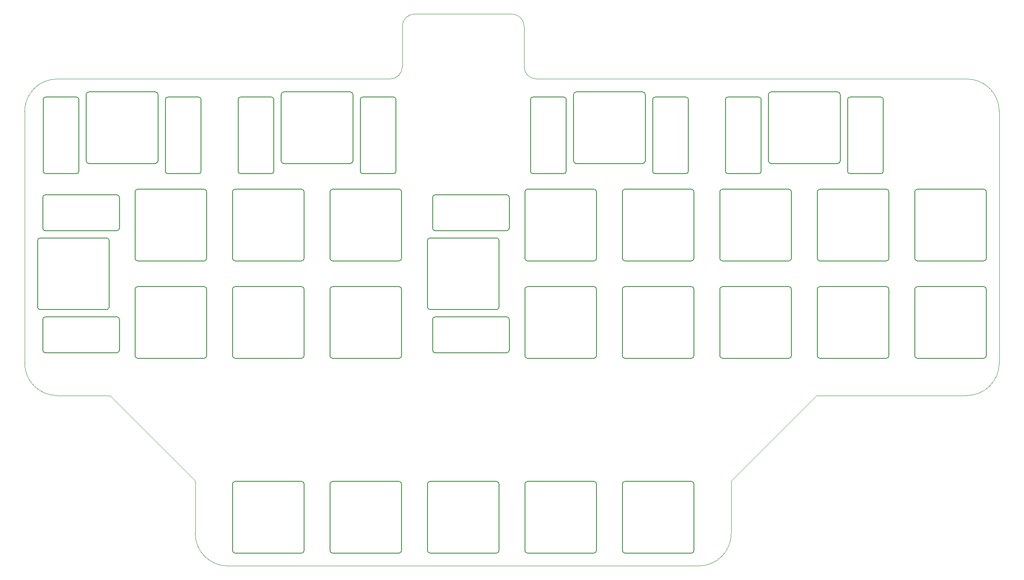
<source format=gm1>
%TF.GenerationSoftware,KiCad,Pcbnew,(7.0.0)*%
%TF.CreationDate,2023-03-07T23:22:33+05:30*%
%TF.ProjectId,Peridot Steno,50657269-646f-4742-9053-74656e6f2e6b,rev?*%
%TF.SameCoordinates,Original*%
%TF.FileFunction,Profile,NP*%
%FSLAX46Y46*%
G04 Gerber Fmt 4.6, Leading zero omitted, Abs format (unit mm)*
G04 Created by KiCad (PCBNEW (7.0.0)) date 2023-03-07 23:22:33*
%MOMM*%
%LPD*%
G01*
G04 APERTURE LIST*
%TA.AperFunction,Profile*%
%ADD10C,0.100000*%
%TD*%
%TA.AperFunction,Profile*%
%ADD11C,0.150000*%
%TD*%
G04 APERTURE END LIST*
D10*
X73818750Y-100012500D02*
X90487500Y-116681250D01*
D11*
X193025000Y-60175000D02*
X193025000Y-73175000D01*
X193525000Y-59675000D02*
X206525000Y-59675000D01*
X164450000Y-54125000D02*
G75*
G03*
X164950000Y-54625000I500000J0D01*
G01*
X225575000Y-92725000D02*
G75*
G03*
X226075000Y-92225000I0J500000D01*
G01*
X121300000Y-41125000D02*
G75*
G03*
X120800000Y-40625000I-500000J0D01*
G01*
D10*
X73818750Y-100012500D02*
X63500000Y-100012500D01*
D11*
X111275000Y-130825000D02*
G75*
G03*
X111775000Y-130325000I0J500000D01*
G01*
X193025000Y-92225000D02*
G75*
G03*
X193525000Y-92725000I500000J0D01*
G01*
X164950000Y-40625000D02*
G75*
G03*
X164450000Y-41125000I0J-500000D01*
G01*
X105862000Y-42125000D02*
X105862000Y-56125000D01*
X67762000Y-42125000D02*
G75*
G03*
X67262000Y-41625000I-500000J0D01*
G01*
X193525000Y-92725000D02*
X206525000Y-92725000D01*
X116825000Y-130325000D02*
G75*
G03*
X117325000Y-130825000I500000J0D01*
G01*
X98862000Y-42125000D02*
X98862000Y-56125000D01*
D10*
X90487500Y-127000000D02*
G75*
G03*
X96837500Y-133350000I6350000J0D01*
G01*
D11*
X105362000Y-56625000D02*
G75*
G03*
X105862000Y-56125000I0J500000D01*
G01*
X180388000Y-41625000D02*
G75*
G03*
X179888000Y-42125000I0J-500000D01*
G01*
X85138000Y-41625000D02*
X91138000Y-41625000D01*
X173975000Y-79225000D02*
X173975000Y-92225000D01*
X193525000Y-78725000D02*
X206525000Y-78725000D01*
X193525000Y-59675000D02*
G75*
G03*
X193025000Y-60175000I0J-500000D01*
G01*
X201112000Y-42125000D02*
G75*
G03*
X200612000Y-41625000I-500000J0D01*
G01*
D10*
X241300000Y-100012500D02*
X211931250Y-100012500D01*
D11*
X117325000Y-59675000D02*
X130325000Y-59675000D01*
X231625000Y-92725000D02*
X244625000Y-92725000D01*
X187975000Y-79225000D02*
X187975000Y-92225000D01*
X83200000Y-41125000D02*
G75*
G03*
X82700000Y-40625000I-500000J0D01*
G01*
X218488000Y-41625000D02*
X224488000Y-41625000D01*
X179888000Y-42125000D02*
X179888000Y-56125000D01*
X84638000Y-56125000D02*
G75*
G03*
X85138000Y-56625000I500000J0D01*
G01*
D10*
X241300000Y-100012500D02*
G75*
G03*
X247650000Y-93662500I0J6350000D01*
G01*
X130968750Y-27781250D02*
X130968750Y-35718750D01*
D11*
X173975000Y-117325000D02*
X173975000Y-130325000D01*
X97775000Y-73175000D02*
G75*
G03*
X98275000Y-73675000I500000J0D01*
G01*
X60762000Y-42125000D02*
X60762000Y-56125000D01*
X187975000Y-60175000D02*
G75*
G03*
X187475000Y-59675000I-500000J0D01*
G01*
X231125000Y-60175000D02*
X231125000Y-73175000D01*
X164950000Y-54625000D02*
X177950000Y-54625000D01*
X187475000Y-73675000D02*
G75*
G03*
X187975000Y-73175000I0J500000D01*
G01*
X164950000Y-40625000D02*
X177950000Y-40625000D01*
X136875000Y-67262000D02*
G75*
G03*
X137375000Y-67762000I500000J0D01*
G01*
X212575000Y-78725000D02*
G75*
G03*
X212075000Y-79225000I0J-500000D01*
G01*
X91138000Y-56625000D02*
G75*
G03*
X91638000Y-56125000I0J500000D01*
G01*
X218488000Y-56625000D02*
X224488000Y-56625000D01*
X116825000Y-79225000D02*
X116825000Y-92225000D01*
D10*
X128587500Y-38099950D02*
G75*
G03*
X130968750Y-35718750I0J2381250D01*
G01*
D11*
X60175000Y-69200000D02*
X73175000Y-69200000D01*
X111775000Y-79225000D02*
G75*
G03*
X111275000Y-78725000I-500000J0D01*
G01*
X122738000Y-56125000D02*
G75*
G03*
X123238000Y-56625000I500000J0D01*
G01*
X206525000Y-73675000D02*
G75*
G03*
X207025000Y-73175000I0J500000D01*
G01*
X225575000Y-73675000D02*
G75*
G03*
X226075000Y-73175000I0J500000D01*
G01*
X194612000Y-41625000D02*
X200612000Y-41625000D01*
X201112000Y-42125000D02*
X201112000Y-56125000D01*
X61175000Y-91638000D02*
X75175000Y-91638000D01*
X212075000Y-79225000D02*
X212075000Y-92225000D01*
X149375000Y-130825000D02*
G75*
G03*
X149875000Y-130325000I0J500000D01*
G01*
X91638000Y-42125000D02*
X91638000Y-56125000D01*
D10*
X211931250Y-100012500D02*
X195262500Y-116681250D01*
X154781250Y-27781250D02*
X154781250Y-35718750D01*
D11*
X123238000Y-56625000D02*
X129238000Y-56625000D01*
X202550000Y-41125000D02*
X202550000Y-54125000D01*
X212575000Y-78725000D02*
X225575000Y-78725000D01*
X226075000Y-60175000D02*
X226075000Y-73175000D01*
X92725000Y-60175000D02*
X92725000Y-73175000D01*
X156012000Y-56125000D02*
G75*
G03*
X156512000Y-56625000I500000J0D01*
G01*
X79225000Y-92725000D02*
X92225000Y-92725000D01*
X129738000Y-42125000D02*
X129738000Y-56125000D01*
X226075000Y-60175000D02*
G75*
G03*
X225575000Y-59675000I-500000J0D01*
G01*
X92725000Y-79225000D02*
G75*
G03*
X92225000Y-78725000I-500000J0D01*
G01*
X130825000Y-60175000D02*
X130825000Y-73175000D01*
X155425000Y-92725000D02*
X168425000Y-92725000D01*
X203050000Y-54625000D02*
X216050000Y-54625000D01*
X98275000Y-73675000D02*
X111275000Y-73675000D01*
X187975000Y-117325000D02*
X187975000Y-130325000D01*
D10*
X128587500Y-38100000D02*
X63500000Y-38100000D01*
D11*
X130825000Y-79225000D02*
G75*
G03*
X130325000Y-78725000I-500000J0D01*
G01*
X59675000Y-82700000D02*
G75*
G03*
X60175000Y-83200000I500000J0D01*
G01*
X151375000Y-91638000D02*
G75*
G03*
X151875000Y-91138000I-100J500100D01*
G01*
X206525000Y-92725000D02*
G75*
G03*
X207025000Y-92225000I0J500000D01*
G01*
X97775000Y-130325000D02*
G75*
G03*
X98275000Y-130825000I500000J0D01*
G01*
X217988000Y-42125000D02*
X217988000Y-56125000D01*
X212575000Y-59675000D02*
G75*
G03*
X212075000Y-60175000I0J-500000D01*
G01*
X116825000Y-73175000D02*
G75*
G03*
X117325000Y-73675000I500000J0D01*
G01*
X231125000Y-79225000D02*
X231125000Y-92225000D01*
X59675000Y-82700000D02*
X59675000Y-69700000D01*
X193025000Y-79225000D02*
X193025000Y-92225000D01*
X130325000Y-92725000D02*
G75*
G03*
X130825000Y-92225000I0J500000D01*
G01*
X111275000Y-92725000D02*
G75*
G03*
X111775000Y-92225000I0J500000D01*
G01*
D10*
X154781200Y-35718750D02*
G75*
G03*
X157162500Y-38100000I2381300J50D01*
G01*
D11*
X216550000Y-41125000D02*
X216550000Y-54125000D01*
X122738000Y-42125000D02*
X122738000Y-56125000D01*
X207025000Y-60175000D02*
G75*
G03*
X206525000Y-59675000I-500000J0D01*
G01*
X61175000Y-84638000D02*
G75*
G03*
X60675000Y-85138000I100J-500100D01*
G01*
X174475000Y-92725000D02*
X187475000Y-92725000D01*
X156012000Y-42125000D02*
X156012000Y-56125000D01*
X162512000Y-56625000D02*
G75*
G03*
X163012000Y-56125000I0J500000D01*
G01*
X117325000Y-116825000D02*
G75*
G03*
X116825000Y-117325000I0J-500000D01*
G01*
X99362000Y-56625000D02*
X105362000Y-56625000D01*
X123238000Y-41625000D02*
X129238000Y-41625000D01*
X226075000Y-79225000D02*
X226075000Y-92225000D01*
X194112000Y-56125000D02*
G75*
G03*
X194612000Y-56625000I500000J0D01*
G01*
X136875000Y-91138000D02*
G75*
G03*
X137375000Y-91638000I500000J0D01*
G01*
X69200000Y-54125000D02*
G75*
G03*
X69700000Y-54625000I500000J0D01*
G01*
X60675000Y-91138000D02*
G75*
G03*
X61175000Y-91638000I500000J0D01*
G01*
X116825000Y-60175000D02*
X116825000Y-73175000D01*
X245125000Y-79225000D02*
X245125000Y-92225000D01*
X111775000Y-117325000D02*
X111775000Y-130325000D01*
X91638000Y-42125000D02*
G75*
G03*
X91138000Y-41625000I-500000J0D01*
G01*
X218488000Y-41625000D02*
G75*
G03*
X217988000Y-42125000I0J-500000D01*
G01*
X105862000Y-42125000D02*
G75*
G03*
X105362000Y-41625000I-500000J0D01*
G01*
X187975000Y-60175000D02*
X187975000Y-73175000D01*
X231625000Y-78725000D02*
G75*
G03*
X231125000Y-79225000I0J-500000D01*
G01*
X60175000Y-69200000D02*
G75*
G03*
X59675000Y-69700000I100J-500100D01*
G01*
X136875000Y-91138000D02*
X136875000Y-85138000D01*
X136375000Y-69200000D02*
G75*
G03*
X135875000Y-69700000I100J-500100D01*
G01*
X121300000Y-41125000D02*
X121300000Y-54125000D01*
X155425000Y-78725000D02*
G75*
G03*
X154925000Y-79225000I0J-500000D01*
G01*
X224988000Y-42125000D02*
X224988000Y-56125000D01*
X154925000Y-92225000D02*
G75*
G03*
X155425000Y-92725000I500000J0D01*
G01*
X116825000Y-117325000D02*
X116825000Y-130325000D01*
X78725000Y-60175000D02*
X78725000Y-73175000D01*
X120800000Y-54625000D02*
G75*
G03*
X121300000Y-54125000I0J500000D01*
G01*
X98275000Y-116825000D02*
G75*
G03*
X97775000Y-117325000I0J-500000D01*
G01*
X75675000Y-61262000D02*
G75*
G03*
X75175000Y-60762000I-500000J0D01*
G01*
X136375000Y-116825000D02*
X149375000Y-116825000D01*
X151875000Y-91138000D02*
X151875000Y-85138000D01*
X69700000Y-40625000D02*
X82700000Y-40625000D01*
X193525000Y-73675000D02*
X206525000Y-73675000D01*
X179888000Y-56125000D02*
G75*
G03*
X180388000Y-56625000I500000J0D01*
G01*
X155425000Y-116825000D02*
X168425000Y-116825000D01*
X155425000Y-59675000D02*
X168425000Y-59675000D01*
X61262000Y-56625000D02*
X67262000Y-56625000D01*
D10*
X133350000Y-25400000D02*
X152400000Y-25400000D01*
D11*
X60675000Y-67262000D02*
G75*
G03*
X61175000Y-67762000I500000J0D01*
G01*
X187975000Y-117325000D02*
G75*
G03*
X187475000Y-116825000I-500000J0D01*
G01*
X231125000Y-92225000D02*
G75*
G03*
X231625000Y-92725000I500000J0D01*
G01*
X123238000Y-41625000D02*
G75*
G03*
X122738000Y-42125000I0J-500000D01*
G01*
X92725000Y-79225000D02*
X92725000Y-92225000D01*
X85138000Y-56625000D02*
X91138000Y-56625000D01*
X79225000Y-78725000D02*
X92225000Y-78725000D01*
X194612000Y-41625000D02*
G75*
G03*
X194112000Y-42125000I0J-500000D01*
G01*
X75675000Y-67262000D02*
X75675000Y-61262000D01*
X224988000Y-42125000D02*
G75*
G03*
X224488000Y-41625000I-500000J0D01*
G01*
X154925000Y-117325000D02*
X154925000Y-130325000D01*
X187975000Y-79225000D02*
G75*
G03*
X187475000Y-78725000I-500000J0D01*
G01*
X174475000Y-130825000D02*
X187475000Y-130825000D01*
X130825000Y-79225000D02*
X130825000Y-92225000D01*
X207025000Y-79225000D02*
G75*
G03*
X206525000Y-78725000I-500000J0D01*
G01*
X187475000Y-92725000D02*
G75*
G03*
X187975000Y-92225000I0J500000D01*
G01*
X137375000Y-84638000D02*
G75*
G03*
X136875000Y-85138000I100J-500100D01*
G01*
X173975000Y-130325000D02*
G75*
G03*
X174475000Y-130825000I500000J0D01*
G01*
X212575000Y-59675000D02*
X225575000Y-59675000D01*
X97775000Y-117325000D02*
X97775000Y-130325000D01*
X174475000Y-116825000D02*
G75*
G03*
X173975000Y-117325000I0J-500000D01*
G01*
X82700000Y-54625000D02*
G75*
G03*
X83200000Y-54125000I0J500000D01*
G01*
X99362000Y-41625000D02*
X105362000Y-41625000D01*
X149875000Y-117325000D02*
G75*
G03*
X149375000Y-116825000I-500000J0D01*
G01*
X212575000Y-73675000D02*
X225575000Y-73675000D01*
X61262000Y-41625000D02*
G75*
G03*
X60762000Y-42125000I0J-500000D01*
G01*
X78725000Y-92225000D02*
G75*
G03*
X79225000Y-92725000I500000J0D01*
G01*
X117325000Y-92725000D02*
X130325000Y-92725000D01*
X111775000Y-60175000D02*
X111775000Y-73175000D01*
X178450000Y-41125000D02*
X178450000Y-54125000D01*
X107800000Y-40625000D02*
G75*
G03*
X107300000Y-41125000I0J-500000D01*
G01*
X136375000Y-130825000D02*
X149375000Y-130825000D01*
X173975000Y-60175000D02*
X173975000Y-73175000D01*
X154925000Y-130325000D02*
G75*
G03*
X155425000Y-130825000I500000J0D01*
G01*
X194612000Y-56625000D02*
X200612000Y-56625000D01*
X97775000Y-92225000D02*
G75*
G03*
X98275000Y-92725000I500000J0D01*
G01*
X168925000Y-60175000D02*
X168925000Y-73175000D01*
D10*
X57150000Y-93662500D02*
G75*
G03*
X63500000Y-100012500I6350000J0D01*
G01*
X247650000Y-44450000D02*
X247650000Y-93662500D01*
D11*
X168925000Y-60175000D02*
G75*
G03*
X168425000Y-59675000I-500000J0D01*
G01*
X107300000Y-41125000D02*
X107300000Y-54125000D01*
X78725000Y-73175000D02*
G75*
G03*
X79225000Y-73675000I500000J0D01*
G01*
D10*
X133350000Y-25399950D02*
G75*
G03*
X130968750Y-27781250I100J-2381350D01*
G01*
D11*
X186888000Y-42125000D02*
X186888000Y-56125000D01*
X75675000Y-85138000D02*
G75*
G03*
X75175000Y-84638000I-500000J0D01*
G01*
X130825000Y-117325000D02*
X130825000Y-130325000D01*
X79225000Y-78725000D02*
G75*
G03*
X78725000Y-79225000I0J-500000D01*
G01*
D10*
X57150000Y-93662500D02*
X57150000Y-44450000D01*
D11*
X61175000Y-60762000D02*
G75*
G03*
X60675000Y-61262000I100J-500100D01*
G01*
X79225000Y-59675000D02*
X92225000Y-59675000D01*
X168925000Y-79225000D02*
X168925000Y-92225000D01*
X168925000Y-117325000D02*
G75*
G03*
X168425000Y-116825000I-500000J0D01*
G01*
X149875000Y-82700000D02*
X149875000Y-69700000D01*
X107800000Y-54625000D02*
X120800000Y-54625000D01*
X61175000Y-67762000D02*
X75175000Y-67762000D01*
X231625000Y-59675000D02*
G75*
G03*
X231125000Y-60175000I0J-500000D01*
G01*
X135875000Y-82700000D02*
G75*
G03*
X136375000Y-83200000I500000J0D01*
G01*
X116825000Y-92225000D02*
G75*
G03*
X117325000Y-92725000I500000J0D01*
G01*
X111775000Y-79225000D02*
X111775000Y-92225000D01*
X156512000Y-41625000D02*
G75*
G03*
X156012000Y-42125000I0J-500000D01*
G01*
X136875000Y-67262000D02*
X136875000Y-61262000D01*
X117325000Y-78725000D02*
X130325000Y-78725000D01*
X73675000Y-82700000D02*
X73675000Y-69700000D01*
X137375000Y-67762000D02*
X151375000Y-67762000D01*
X168925000Y-117325000D02*
X168925000Y-130325000D01*
X60675000Y-91138000D02*
X60675000Y-85138000D01*
X107300000Y-54125000D02*
G75*
G03*
X107800000Y-54625000I500000J0D01*
G01*
X98275000Y-59675000D02*
G75*
G03*
X97775000Y-60175000I0J-500000D01*
G01*
X155425000Y-78725000D02*
X168425000Y-78725000D01*
D10*
X247650000Y-44450000D02*
G75*
G03*
X241300000Y-38100000I-6350000J0D01*
G01*
D11*
X177950000Y-54625000D02*
G75*
G03*
X178450000Y-54125000I0J500000D01*
G01*
X217988000Y-56125000D02*
G75*
G03*
X218488000Y-56625000I500000J0D01*
G01*
X75175000Y-67762000D02*
G75*
G03*
X75675000Y-67262000I-100J500100D01*
G01*
X231625000Y-59675000D02*
X244625000Y-59675000D01*
X174475000Y-116825000D02*
X187475000Y-116825000D01*
D10*
X157162500Y-38100000D02*
X241300000Y-38100000D01*
D11*
X245125000Y-60175000D02*
X245125000Y-73175000D01*
X98275000Y-130825000D02*
X111275000Y-130825000D01*
X130325000Y-73675000D02*
G75*
G03*
X130825000Y-73175000I0J500000D01*
G01*
X135875000Y-82700000D02*
X135875000Y-69700000D01*
X193025000Y-73175000D02*
G75*
G03*
X193525000Y-73675000I500000J0D01*
G01*
X193525000Y-78725000D02*
G75*
G03*
X193025000Y-79225000I0J-500000D01*
G01*
X117325000Y-73675000D02*
X130325000Y-73675000D01*
X117325000Y-59675000D02*
G75*
G03*
X116825000Y-60175000I0J-500000D01*
G01*
X155425000Y-73675000D02*
X168425000Y-73675000D01*
X173975000Y-73175000D02*
G75*
G03*
X174475000Y-73675000I500000J0D01*
G01*
X244625000Y-73675000D02*
G75*
G03*
X245125000Y-73175000I0J500000D01*
G01*
X149875000Y-69700000D02*
G75*
G03*
X149375000Y-69200000I-500000J0D01*
G01*
X212075000Y-60175000D02*
X212075000Y-73175000D01*
X135875000Y-130325000D02*
G75*
G03*
X136375000Y-130825000I500000J0D01*
G01*
X164450000Y-41125000D02*
X164450000Y-54125000D01*
X149875000Y-117325000D02*
X149875000Y-130325000D01*
D10*
X90487500Y-116681250D02*
X90487500Y-127000000D01*
X154781200Y-27781250D02*
G75*
G03*
X152400000Y-25400000I-2381200J50D01*
G01*
X195262500Y-127000000D02*
X195262500Y-116681250D01*
D11*
X111275000Y-73675000D02*
G75*
G03*
X111775000Y-73175000I0J500000D01*
G01*
X231625000Y-73675000D02*
X244625000Y-73675000D01*
X60175000Y-83200000D02*
X73175000Y-83200000D01*
X136375000Y-69200000D02*
X149375000Y-69200000D01*
X174475000Y-78725000D02*
X187475000Y-78725000D01*
X69700000Y-40625000D02*
G75*
G03*
X69200000Y-41125000I0J-500000D01*
G01*
X186888000Y-42125000D02*
G75*
G03*
X186388000Y-41625000I-500000J0D01*
G01*
X78725000Y-79225000D02*
X78725000Y-92225000D01*
X98275000Y-116825000D02*
X111275000Y-116825000D01*
X130825000Y-60175000D02*
G75*
G03*
X130325000Y-59675000I-500000J0D01*
G01*
X180388000Y-41625000D02*
X186388000Y-41625000D01*
X231625000Y-78725000D02*
X244625000Y-78725000D01*
X98275000Y-78725000D02*
X111275000Y-78725000D01*
X168425000Y-130825000D02*
G75*
G03*
X168925000Y-130325000I0J500000D01*
G01*
X202550000Y-54125000D02*
G75*
G03*
X203050000Y-54625000I500000J0D01*
G01*
X163012000Y-42125000D02*
G75*
G03*
X162512000Y-41625000I-500000J0D01*
G01*
X212575000Y-92725000D02*
X225575000Y-92725000D01*
X173975000Y-92225000D02*
G75*
G03*
X174475000Y-92725000I500000J0D01*
G01*
X137375000Y-91638000D02*
X151375000Y-91638000D01*
X137375000Y-84638000D02*
X151375000Y-84638000D01*
X79225000Y-59675000D02*
G75*
G03*
X78725000Y-60175000I0J-500000D01*
G01*
X151375000Y-67762000D02*
G75*
G03*
X151875000Y-67262000I-100J500100D01*
G01*
X245125000Y-60175000D02*
G75*
G03*
X244625000Y-59675000I-500000J0D01*
G01*
X111775000Y-60175000D02*
G75*
G03*
X111275000Y-59675000I-500000J0D01*
G01*
X117325000Y-130825000D02*
X130325000Y-130825000D01*
X61262000Y-41625000D02*
X67262000Y-41625000D01*
X107800000Y-40625000D02*
X120800000Y-40625000D01*
X69700000Y-54625000D02*
X82700000Y-54625000D01*
X178450000Y-41125000D02*
G75*
G03*
X177950000Y-40625000I-500000J0D01*
G01*
X83200000Y-41125000D02*
X83200000Y-54125000D01*
X244625000Y-92725000D02*
G75*
G03*
X245125000Y-92225000I0J500000D01*
G01*
X67762000Y-42125000D02*
X67762000Y-56125000D01*
X137375000Y-60762000D02*
G75*
G03*
X136875000Y-61262000I100J-500100D01*
G01*
X129738000Y-42125000D02*
G75*
G03*
X129238000Y-41625000I-500000J0D01*
G01*
X117325000Y-116825000D02*
X130325000Y-116825000D01*
X212075000Y-73175000D02*
G75*
G03*
X212575000Y-73675000I500000J0D01*
G01*
X174475000Y-73675000D02*
X187475000Y-73675000D01*
X168925000Y-79225000D02*
G75*
G03*
X168425000Y-78725000I-500000J0D01*
G01*
X79225000Y-73675000D02*
X92225000Y-73675000D01*
X135875000Y-117325000D02*
X135875000Y-130325000D01*
X174475000Y-59675000D02*
G75*
G03*
X173975000Y-60175000I0J-500000D01*
G01*
X151875000Y-61262000D02*
G75*
G03*
X151375000Y-60762000I-500000J0D01*
G01*
X187475000Y-130825000D02*
G75*
G03*
X187975000Y-130325000I0J500000D01*
G01*
X92725000Y-60175000D02*
G75*
G03*
X92225000Y-59675000I-500000J0D01*
G01*
X151875000Y-67262000D02*
X151875000Y-61262000D01*
X137375000Y-60762000D02*
X151375000Y-60762000D01*
D10*
X188912500Y-133350000D02*
G75*
G03*
X195262500Y-127000000I0J6350000D01*
G01*
D11*
X69200000Y-41125000D02*
X69200000Y-54125000D01*
X174475000Y-59675000D02*
X187475000Y-59675000D01*
X186388000Y-56625000D02*
G75*
G03*
X186888000Y-56125000I0J500000D01*
G01*
X136375000Y-116825000D02*
G75*
G03*
X135875000Y-117325000I0J-500000D01*
G01*
X231125000Y-73175000D02*
G75*
G03*
X231625000Y-73675000I500000J0D01*
G01*
X156512000Y-56625000D02*
X162512000Y-56625000D01*
X75675000Y-91138000D02*
X75675000Y-85138000D01*
X154925000Y-79225000D02*
X154925000Y-92225000D01*
X155425000Y-116825000D02*
G75*
G03*
X154925000Y-117325000I0J-500000D01*
G01*
X130825000Y-117325000D02*
G75*
G03*
X130325000Y-116825000I-500000J0D01*
G01*
D10*
X96837500Y-133350000D02*
X188912500Y-133350000D01*
D11*
X61175000Y-60762000D02*
X75175000Y-60762000D01*
X99362000Y-41625000D02*
G75*
G03*
X98862000Y-42125000I0J-500000D01*
G01*
X245125000Y-79225000D02*
G75*
G03*
X244625000Y-78725000I-500000J0D01*
G01*
X111775000Y-117325000D02*
G75*
G03*
X111275000Y-116825000I-500000J0D01*
G01*
X149375000Y-83200000D02*
G75*
G03*
X149875000Y-82700000I-100J500100D01*
G01*
X200612000Y-56625000D02*
G75*
G03*
X201112000Y-56125000I0J500000D01*
G01*
X207025000Y-79225000D02*
X207025000Y-92225000D01*
X73175000Y-83200000D02*
G75*
G03*
X73675000Y-82700000I-100J500100D01*
G01*
X97775000Y-79225000D02*
X97775000Y-92225000D01*
X168425000Y-73675000D02*
G75*
G03*
X168925000Y-73175000I0J500000D01*
G01*
X60675000Y-67262000D02*
X60675000Y-61262000D01*
X174475000Y-78725000D02*
G75*
G03*
X173975000Y-79225000I0J-500000D01*
G01*
X203050000Y-40625000D02*
X216050000Y-40625000D01*
X216550000Y-41125000D02*
G75*
G03*
X216050000Y-40625000I-500000J0D01*
G01*
X117325000Y-78725000D02*
G75*
G03*
X116825000Y-79225000I0J-500000D01*
G01*
X212075000Y-92225000D02*
G75*
G03*
X212575000Y-92725000I500000J0D01*
G01*
X61175000Y-84638000D02*
X75175000Y-84638000D01*
X85138000Y-41625000D02*
G75*
G03*
X84638000Y-42125000I0J-500000D01*
G01*
X216050000Y-54625000D02*
G75*
G03*
X216550000Y-54125000I0J500000D01*
G01*
X154925000Y-73175000D02*
G75*
G03*
X155425000Y-73675000I500000J0D01*
G01*
X155425000Y-130825000D02*
X168425000Y-130825000D01*
X203050000Y-40625000D02*
G75*
G03*
X202550000Y-41125000I0J-500000D01*
G01*
X97775000Y-60175000D02*
X97775000Y-73175000D01*
X168425000Y-92725000D02*
G75*
G03*
X168925000Y-92225000I0J500000D01*
G01*
X136375000Y-83200000D02*
X149375000Y-83200000D01*
X60762000Y-56125000D02*
G75*
G03*
X61262000Y-56625000I500000J0D01*
G01*
X92225000Y-73675000D02*
G75*
G03*
X92725000Y-73175000I0J500000D01*
G01*
X98862000Y-56125000D02*
G75*
G03*
X99362000Y-56625000I500000J0D01*
G01*
X98275000Y-78725000D02*
G75*
G03*
X97775000Y-79225000I0J-500000D01*
G01*
X92225000Y-92725000D02*
G75*
G03*
X92725000Y-92225000I0J500000D01*
G01*
X194112000Y-42125000D02*
X194112000Y-56125000D01*
X84638000Y-42125000D02*
X84638000Y-56125000D01*
X75175000Y-91638000D02*
G75*
G03*
X75675000Y-91138000I-100J500100D01*
G01*
X180388000Y-56625000D02*
X186388000Y-56625000D01*
X163012000Y-42125000D02*
X163012000Y-56125000D01*
X155425000Y-59675000D02*
G75*
G03*
X154925000Y-60175000I0J-500000D01*
G01*
X130325000Y-130825000D02*
G75*
G03*
X130825000Y-130325000I0J500000D01*
G01*
D10*
X63500000Y-38100000D02*
G75*
G03*
X57150000Y-44450000I0J-6350000D01*
G01*
D11*
X98275000Y-92725000D02*
X111275000Y-92725000D01*
X129238000Y-56625000D02*
G75*
G03*
X129738000Y-56125000I0J500000D01*
G01*
X226075000Y-79225000D02*
G75*
G03*
X225575000Y-78725000I-500000J0D01*
G01*
X224488000Y-56625000D02*
G75*
G03*
X224988000Y-56125000I0J500000D01*
G01*
X98275000Y-59675000D02*
X111275000Y-59675000D01*
X156512000Y-41625000D02*
X162512000Y-41625000D01*
X207025000Y-60175000D02*
X207025000Y-73175000D01*
X154925000Y-60175000D02*
X154925000Y-73175000D01*
X67262000Y-56625000D02*
G75*
G03*
X67762000Y-56125000I0J500000D01*
G01*
X151875000Y-85138000D02*
G75*
G03*
X151375000Y-84638000I-500000J0D01*
G01*
X73675000Y-69700000D02*
G75*
G03*
X73175000Y-69200000I-500000J0D01*
G01*
M02*

</source>
